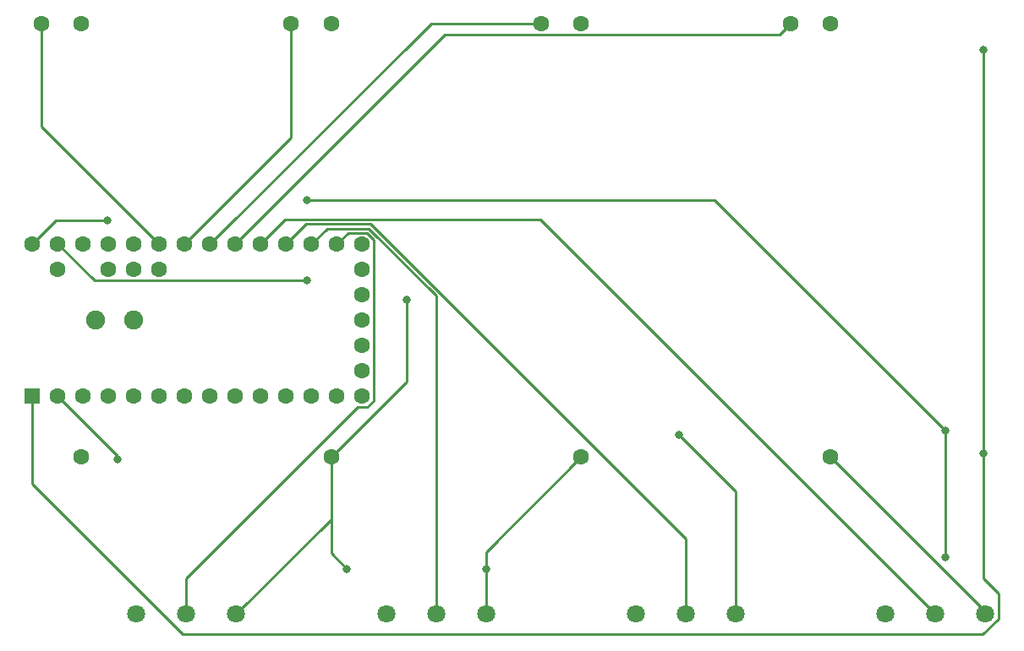
<source format=gbr>
%TF.GenerationSoftware,KiCad,Pcbnew,(6.0.4)*%
%TF.CreationDate,2022-06-07T12:50:28-04:00*%
%TF.ProjectId,midimania,6d696469-6d61-46e6-9961-2e6b69636164,rev?*%
%TF.SameCoordinates,Original*%
%TF.FileFunction,Copper,L2,Bot*%
%TF.FilePolarity,Positive*%
%FSLAX46Y46*%
G04 Gerber Fmt 4.6, Leading zero omitted, Abs format (unit mm)*
G04 Created by KiCad (PCBNEW (6.0.4)) date 2022-06-07 12:50:28*
%MOMM*%
%LPD*%
G01*
G04 APERTURE LIST*
%TA.AperFunction,ComponentPad*%
%ADD10C,1.600000*%
%TD*%
%TA.AperFunction,ComponentPad*%
%ADD11C,1.800000*%
%TD*%
%TA.AperFunction,ComponentPad*%
%ADD12R,1.600000X1.600000*%
%TD*%
%TA.AperFunction,ComponentPad*%
%ADD13C,1.900000*%
%TD*%
%TA.AperFunction,ViaPad*%
%ADD14C,0.800000*%
%TD*%
%TA.AperFunction,Conductor*%
%ADD15C,0.250000*%
%TD*%
G04 APERTURE END LIST*
D10*
%TO.P,RV6,1,1*%
%TO.N,/3v3*%
X132400000Y-73243000D03*
%TO.P,RV6,2,2*%
%TO.N,/l2*%
X128400000Y-73243000D03*
%TO.P,RV6,3,3*%
%TO.N,/agnd*%
X132400000Y-116743000D03*
%TD*%
D11*
%TO.P,RV4,1,1*%
%TO.N,/3v3*%
X187900000Y-132493000D03*
%TO.P,RV4,2,2*%
%TO.N,/p4*%
X192900000Y-132493000D03*
%TO.P,RV4,3,3*%
%TO.N,/agnd*%
X197900000Y-132493000D03*
%TD*%
D10*
%TO.P,RV5,1,1*%
%TO.N,/3v3*%
X107400000Y-73243000D03*
%TO.P,RV5,2,2*%
%TO.N,/l1*%
X103400000Y-73243000D03*
%TO.P,RV5,3,3*%
%TO.N,/agnd*%
X107400000Y-116743000D03*
%TD*%
%TO.P,RV8,1,1*%
%TO.N,/3v3*%
X182400000Y-73243000D03*
%TO.P,RV8,2,2*%
%TO.N,/l4*%
X178400000Y-73243000D03*
%TO.P,RV8,3,3*%
%TO.N,/agnd*%
X182400000Y-116743000D03*
%TD*%
D11*
%TO.P,RV2,1,1*%
%TO.N,/3v3*%
X137900000Y-132493000D03*
%TO.P,RV2,2,2*%
%TO.N,/p2*%
X142900000Y-132493000D03*
%TO.P,RV2,3,3*%
%TO.N,/agnd*%
X147900000Y-132493000D03*
%TD*%
D12*
%TO.P,U1,1,GND*%
%TO.N,GND*%
X102490000Y-110620000D03*
D10*
%TO.P,U1,2,0_RX1_Touch*%
%TO.N,/b8*%
X105030000Y-110620000D03*
%TO.P,U1,3,1_TX1_Touch*%
%TO.N,/b7*%
X107570000Y-110620000D03*
%TO.P,U1,4,2*%
%TO.N,/b6*%
X110110000Y-110620000D03*
%TO.P,U1,5,3_TX_PWM*%
%TO.N,/b5*%
X112650000Y-110620000D03*
%TO.P,U1,6,4_RX_PWM*%
%TO.N,/b4*%
X115190000Y-110620000D03*
%TO.P,U1,7,5_TX1_PWM*%
%TO.N,/b3*%
X117730000Y-110620000D03*
%TO.P,U1,8,6_PWM*%
%TO.N,/b2*%
X120270000Y-110620000D03*
%TO.P,U1,9,7_RX3_DOUT*%
%TO.N,/b1*%
X122810000Y-110620000D03*
%TO.P,U1,10,8_TX3_DIN*%
%TO.N,unconnected-(U1-Pad10)*%
X125350000Y-110620000D03*
%TO.P,U1,11,9_RX2_CS_PWM*%
%TO.N,unconnected-(U1-Pad11)*%
X127890000Y-110620000D03*
%TO.P,U1,12,10_TX2_CS_PWM*%
%TO.N,unconnected-(U1-Pad12)*%
X130430000Y-110620000D03*
%TO.P,U1,13,11_DOUT*%
%TO.N,unconnected-(U1-Pad13)*%
X132970000Y-110620000D03*
%TO.P,U1,14,12_DIN*%
%TO.N,unconnected-(U1-Pad14)*%
X135510000Y-110620000D03*
%TO.P,U1,15,VBat*%
%TO.N,unconnected-(U1-Pad15)*%
X135510000Y-108080000D03*
%TO.P,U1,16,3.3V*%
%TO.N,unconnected-(U1-Pad16)*%
X135510000Y-105540000D03*
%TO.P,U1,17,GND*%
%TO.N,unconnected-(U1-Pad17)*%
X135510000Y-103000000D03*
%TO.P,U1,18,Program*%
%TO.N,unconnected-(U1-Pad18)*%
X135510000Y-100460000D03*
%TO.P,U1,19,A14/DAC*%
%TO.N,unconnected-(U1-Pad19)*%
X135510000Y-97920000D03*
%TO.P,U1,20,13_LED_SCK*%
%TO.N,unconnected-(U1-Pad20)*%
X135510000Y-95380000D03*
%TO.P,U1,21,14_A0_SCK*%
%TO.N,/p1*%
X132970000Y-95380000D03*
%TO.P,U1,22,15_A1_CS_Touch*%
%TO.N,/p2*%
X130430000Y-95380000D03*
%TO.P,U1,23,16_A2_SCL0_Touch*%
%TO.N,/p3*%
X127890000Y-95380000D03*
%TO.P,U1,24,17_A3_SDA0_Touch*%
%TO.N,/p4*%
X125350000Y-95380000D03*
%TO.P,U1,25,18_A4_SDA0_Touch*%
%TO.N,/l4*%
X122810000Y-95380000D03*
%TO.P,U1,26,19_A5_SCL0_Touch*%
%TO.N,/l3*%
X120270000Y-95380000D03*
%TO.P,U1,27,20_A6_CS_PWM*%
%TO.N,/l2*%
X117730000Y-95380000D03*
%TO.P,U1,28,21_A7_RX1_CS_PWM*%
%TO.N,/l1*%
X115190000Y-95380000D03*
%TO.P,U1,29,22_A8_Touch_PWM*%
%TO.N,unconnected-(U1-Pad29)*%
X112650000Y-95380000D03*
%TO.P,U1,30,23_A9_Touch_PWM*%
%TO.N,unconnected-(U1-Pad30)*%
X110110000Y-95380000D03*
%TO.P,U1,31,3.3V*%
%TO.N,/3v3*%
X107570000Y-95380000D03*
%TO.P,U1,32,AGND*%
%TO.N,/agnd*%
X105030000Y-95380000D03*
%TO.P,U1,33,Vin*%
%TO.N,/5v*%
X102490000Y-95380000D03*
%TO.P,U1,34,VUSB*%
%TO.N,unconnected-(U1-Pad34)*%
X105030000Y-97920000D03*
%TO.P,U1,35,AREF*%
%TO.N,unconnected-(U1-Pad35)*%
X110110000Y-97920000D03*
%TO.P,U1,36,A10*%
%TO.N,unconnected-(U1-Pad36)*%
X112650000Y-97920000D03*
%TO.P,U1,37,A11*%
%TO.N,unconnected-(U1-Pad37)*%
X115190000Y-97920000D03*
D13*
%TO.P,U1,38,Reset*%
%TO.N,unconnected-(U1-Pad38)*%
X112650000Y-103000000D03*
X108840000Y-103000000D03*
%TD*%
D11*
%TO.P,RV3,1,1*%
%TO.N,/3v3*%
X162900000Y-132493000D03*
%TO.P,RV3,2,2*%
%TO.N,/p3*%
X167900000Y-132493000D03*
%TO.P,RV3,3,3*%
%TO.N,/agnd*%
X172900000Y-132493000D03*
%TD*%
D10*
%TO.P,RV7,1,1*%
%TO.N,/3v3*%
X157400000Y-73243000D03*
%TO.P,RV7,2,2*%
%TO.N,/l3*%
X153400000Y-73243000D03*
%TO.P,RV7,3,3*%
%TO.N,/agnd*%
X157400000Y-116743000D03*
%TD*%
D11*
%TO.P,RV1,1,1*%
%TO.N,/3v3*%
X112900000Y-132493000D03*
%TO.P,RV1,2,2*%
%TO.N,/p1*%
X117900000Y-132493000D03*
%TO.P,RV1,3,3*%
%TO.N,/agnd*%
X122900000Y-132493000D03*
%TD*%
D14*
%TO.N,GND*%
X197700000Y-75900000D03*
X197700000Y-116400000D03*
%TO.N,/5v*%
X193900000Y-114100000D03*
X130000000Y-91000000D03*
X193900000Y-126800000D03*
X110000000Y-93000000D03*
%TO.N,/b8*%
X111000000Y-117000000D03*
%TO.N,/agnd*%
X167200000Y-114500000D03*
X134000000Y-128000000D03*
X147900000Y-128000000D03*
X130000000Y-99000000D03*
X140000000Y-101000000D03*
%TD*%
D15*
%TO.N,GND*%
X199200000Y-132924721D02*
X199200000Y-130400000D01*
X117539562Y-134500000D02*
X197624721Y-134500000D01*
X199200000Y-130400000D02*
X198300000Y-129500000D01*
X197624721Y-134500000D02*
X199200000Y-132924721D01*
X198300000Y-129500000D02*
X197700000Y-128900000D01*
X197700000Y-116400000D02*
X197700000Y-75900000D01*
X197700000Y-128900000D02*
X197700000Y-116400000D01*
X102490000Y-110620000D02*
X102490000Y-119450438D01*
X102490000Y-119450438D02*
X117539562Y-134500000D01*
%TO.N,/5v*%
X193900000Y-126800000D02*
X193900000Y-114100000D01*
X193900000Y-114100000D02*
X170800000Y-91000000D01*
X104870000Y-93000000D02*
X102490000Y-95380000D01*
X170800000Y-91000000D02*
X130000000Y-91000000D01*
X110000000Y-93000000D02*
X104870000Y-93000000D01*
%TO.N,/b8*%
X111000000Y-117000000D02*
X111000000Y-116590000D01*
X111000000Y-116590000D02*
X105030000Y-110620000D01*
%TO.N,/p1*%
X135044211Y-111744511D02*
X135975789Y-111744511D01*
X135975789Y-111744511D02*
X136634511Y-111085789D01*
X117900000Y-132493000D02*
X117900000Y-128888722D01*
X136634511Y-111085789D02*
X136634511Y-94914211D01*
X117900000Y-128888722D02*
X135044211Y-111744511D01*
X134094511Y-94255489D02*
X132970000Y-95380000D01*
X135975789Y-94255489D02*
X134094511Y-94255489D01*
X136634511Y-94914211D02*
X135975789Y-94255489D01*
%TO.N,/agnd*%
X167200000Y-114500000D02*
X172900000Y-120200000D01*
X105030000Y-95380000D02*
X108694511Y-99044511D01*
X172900000Y-120200000D02*
X172900000Y-132493000D01*
X134000000Y-128000000D02*
X132400000Y-126400000D01*
X129955489Y-99044511D02*
X130000000Y-99000000D01*
X140000000Y-109143000D02*
X132400000Y-116743000D01*
X147900000Y-132493000D02*
X147900000Y-128000000D01*
X182400000Y-116993000D02*
X182400000Y-116743000D01*
X197900000Y-132243000D02*
X197900000Y-132493000D01*
X132400000Y-126400000D02*
X132400000Y-116743000D01*
X132400000Y-116743000D02*
X132400000Y-122993000D01*
X140000000Y-101000000D02*
X140000000Y-109143000D01*
X182400000Y-116743000D02*
X197900000Y-132243000D01*
X108694511Y-99044511D02*
X129955489Y-99044511D01*
X147900000Y-132493000D02*
X147900000Y-126243000D01*
X132400000Y-122993000D02*
X122900000Y-132493000D01*
X147900000Y-126243000D02*
X157400000Y-116743000D01*
%TO.N,/p2*%
X132004031Y-93805969D02*
X130430000Y-95380000D01*
X142900000Y-132493000D02*
X142900000Y-100543983D01*
X142900000Y-100543983D02*
X136161986Y-93805969D01*
X136161986Y-93805969D02*
X132004031Y-93805969D01*
%TO.N,/p3*%
X129913551Y-93356449D02*
X127890000Y-95380000D01*
X167900000Y-132493000D02*
X167900000Y-124908266D01*
X136348183Y-93356449D02*
X129913551Y-93356449D01*
X167900000Y-124908266D02*
X136348183Y-93356449D01*
%TO.N,/p4*%
X153313929Y-92906929D02*
X127823071Y-92906929D01*
X192900000Y-132493000D02*
X153313929Y-92906929D01*
X127823071Y-92906929D02*
X125350000Y-95380000D01*
%TO.N,/l1*%
X103400000Y-83590000D02*
X115190000Y-95380000D01*
X103400000Y-73243000D02*
X103400000Y-83590000D01*
%TO.N,/l2*%
X128400000Y-73243000D02*
X128400000Y-84710000D01*
X128400000Y-84710000D02*
X117730000Y-95380000D01*
%TO.N,/l3*%
X153400000Y-73243000D02*
X142407000Y-73243000D01*
X142407000Y-73243000D02*
X120270000Y-95380000D01*
%TO.N,/l4*%
X143822489Y-74367511D02*
X122810000Y-95380000D01*
X177275489Y-74367511D02*
X143822489Y-74367511D01*
X178400000Y-73243000D02*
X177275489Y-74367511D01*
%TD*%
M02*

</source>
